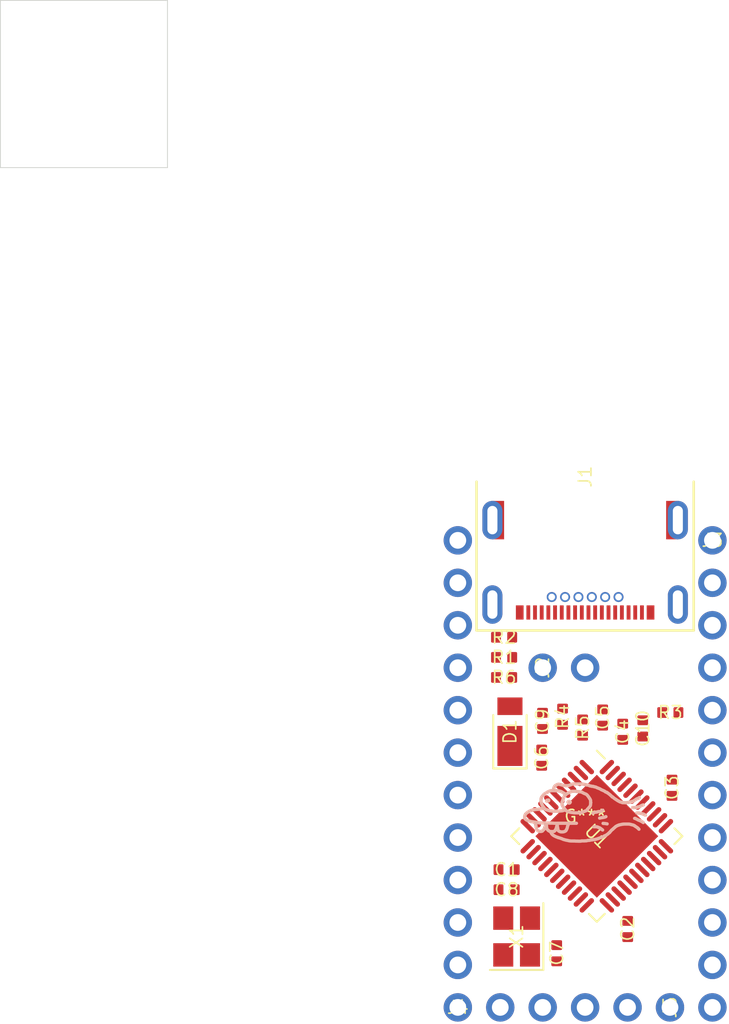
<source format=kicad_pcb>
(kicad_pcb (version 20171130) (host pcbnew 5.0.2)
  (layers (0 F.Cu signal) (1 In1.Cu signal) (2 In2.Cu signal) (31 B.Cu signal) (34 B.Paste user) (35 F.Paste user) (36 B.SilkS user) (37 F.SilkS user) (38 B.Mask user) (39 F.Mask user) (44 Edge.Cuts user))
  (net 1 "PF1")
  (net 2 "D-")
  (net 3 "D+")
  (net 4 "Net-C10-Pad1")
  (net 5 "PD4")
  (net 6 "PF4")
  (net 7 "PB1")
  (net 8 "Net-R4-Pad1")
  (net 9 "Net-C8-Pad1")
  (net 10 "VBUS")
  (net 11 "RESET")
  (net 12 "PD3")
  (net 13 "PB7")
  (net 14 "VCC")
  (net 15 "PF7")
  (net 16 "PB5")
  (net 17 "PE6")
  (net 18 "Net-C9-Pad1")
  (net 19 "Net-J1-PadB5")
  (net 20 "PD2")
  (net 21 "PC7")
  (net 22 "GND")
  (net 23 "PF6")
  (net 24 "PB2")
  (net 25 "PB6")
  (net 26 "PD5")
  (net 27 "PD7")
  (net 28 "Net-J1-PadA5")
  (net 29 "PD1")
  (net 30 "PF0")
  (net 31 "Net-C7-Pad1")
  (net 32 "PB4")
  (net 33 "Net-R5-Pad1")
  (net 34 "PC6")
  (net 35 "PD0")
  (net 36 "PF5")
  (net 37 "PB3")
  (module jitx-design:r_0402_1005metric_lp (layer F.Cu) (at 173.65 138.1 0.0)
    (pad 1 smd roundrect (at -0.485 0.0 0.0) (size 0.59 0.64) (roundrect_rratio 0.125) (net 22 "GND") (layers F.Cu F.Paste))
    (pad 2 smd roundrect (at 0.485 0.0 0.0) (size 0.59 0.64) (roundrect_rratio 0.125) (net 19 "Net-J1-PadB5") (layers F.Cu F.Paste))
    (fp_text reference "R2" (at 0.0 0.0 0.0) (layer F.SilkS) (effects (font (size 0.762 0.762) (thickness 0.10)) (justify)))
  )
  (module jitx-design:r_0402_1005metric_lp (layer F.Cu) (at 177.15 142.85 90.0)
    (pad 1 smd roundrect (at -0.485 0.0 90.0) (size 0.59 0.64) (roundrect_rratio 0.125) (net 8 "Net-R4-Pad1") (layers F.Cu F.Paste))
    (pad 2 smd roundrect (at 0.485 0.0 90.0) (size 0.59 0.64) (roundrect_rratio 0.125) (net 3 "D+") (layers F.Cu F.Paste))
    (fp_text reference "R4" (at 0.0 0.0 90.0) (layer F.SilkS) (effects (font (size 0.762 0.762) (thickness 0.10)) (justify)))
  )
  (module jitx-design:r_0402_1005metric_lp (layer F.Cu) (at 173.65 140.5 0.0)
    (pad 1 smd roundrect (at -0.485 0.0 0.0) (size 0.59 0.64) (roundrect_rratio 0.125) (net 22 "GND") (layers F.Cu F.Paste))
    (pad 2 smd roundrect (at 0.485 0.0 0.0) (size 0.59 0.64) (roundrect_rratio 0.125) (net 10 "VBUS") (layers F.Cu F.Paste))
    (fp_text reference "R6" (at 0.0 0.0 0.0) (layer F.SilkS) (effects (font (size 0.762 0.762) (thickness 0.10)) (justify)))
  )
  (module jitx-design:d_powerdi_123_lp (layer F.Cu) (at 174.0 143.75 90.0)
    (pad 1 smd rect (at -0.85 0.0 270.0) (size 2.4 1.5) (net 14 "VCC") (layers F.Cu F.Paste))
    (pad 2 smd rect (at 1.525 0.0 270.0) (size 1.05 1.5) (net 10 "VBUS") (layers F.Cu F.Paste))
    (fp_text reference "D1" (at 0.0 0.0 90.0) (layer F.SilkS) (effects (font (size 0.762 0.762) (thickness 0.10)) (justify)))
  )
  (module jitx-design:pins5_lp (layer F.Cu) (at 183.58 160.24 270.0)
    (pad 1 thru_hole circle (at 0.0 0.0 270.0) (size 1.7 1.7) (net 30 "PF0") (drill 1.0) (layers *.Cu))
    (pad 2 thru_hole circle (at 0.0 2.54 270.0) (size 1.7 1.7) (net 1 "PF1") (drill 1.0) (layers *.Cu))
    (pad 3 thru_hole circle (at 0.0 5.08 270.0) (size 1.7 1.7) (net 21 "PC7") (drill 1.0) (layers *.Cu))
    (pad 4 thru_hole circle (at 0.0 7.62 270.0) (size 1.7 1.7) (net 26 "PD5") (drill 1.0) (layers *.Cu))
    (pad 5 thru_hole circle (at 0.0 10.16 270.0) (size 1.7 1.7) (net 13 "PB7") (drill 1.0) (layers *.Cu))
    (fp_text reference "J5" (at 0.0 0.0 90.0) (layer F.SilkS) (effects (font (size 0.762 0.762) (thickness 0.10)) (justify)))
  )
  (module jitx-design:fish_cu_lp (layer F.Cu) (at 178.5 148.81 180.0)
    (fp_text reference "G***" (at 0.0 0.0 0.0) (layer F.SilkS) (effects (font (size 0.762 0.762) (thickness 0.10)) (justify)))
  )
  (module jitx-design:crystal_smd_seikoepson_fa238_4pin_32x25mm_lp (layer F.Cu) (at 174.4 156.0 90.0)
    (pad 1 smd rect (at -1.1 0.8 90.0) (size 1.4 1.2) (net 31 "Net-C7-Pad1") (layers F.Cu F.Paste))
    (pad 2 smd rect (at 1.1 0.8 90.0) (size 1.4 1.2) (net 22 "GND") (layers F.Cu F.Paste))
    (pad 3 smd rect (at 1.1 -0.8 90.0) (size 1.4 1.2) (net 9 "Net-C8-Pad1") (layers F.Cu F.Paste))
    (pad 4 smd rect (at -1.1 -0.8 90.0) (size 1.4 1.2) (net 22 "GND") (layers F.Cu F.Paste))
    (fp_text reference "X1" (at 0.0 0.0 90.0) (layer F.SilkS) (effects (font (size 0.762 0.762) (thickness 0.10)) (justify)))
  )
  (module jitx-design:c_0402_1005metric_lp (layer F.Cu) (at 181.95 143.55 90.0)
    (pad 1 smd roundrect (at -0.485 0.0 90.0) (size 0.59 0.64) (roundrect_rratio 0.125) (net 4 "Net-C10-Pad1") (layers F.Cu F.Paste))
    (pad 2 smd roundrect (at 0.485 0.0 90.0) (size 0.59 0.64) (roundrect_rratio 0.125) (net 22 "GND") (layers F.Cu F.Paste))
    (fp_text reference "C10" (at 0.0 0.0 90.0) (layer F.SilkS) (effects (font (size 0.762 0.762) (thickness 0.10)) (justify)))
  )
  (module jitx-design:c_0402_1005metric_lp (layer F.Cu) (at 183.7 147.1 270.0)
    (pad 1 smd roundrect (at -0.485 0.0 270.0) (size 0.59 0.64) (roundrect_rratio 0.125) (net 14 "VCC") (layers F.Cu F.Paste))
    (pad 2 smd roundrect (at 0.485 0.0 270.0) (size 0.59 0.64) (roundrect_rratio 0.125) (net 22 "GND") (layers F.Cu F.Paste))
    (fp_text reference "C3" (at 0.0 0.0 90.0) (layer F.SilkS) (effects (font (size 0.762 0.762) (thickness 0.10)) (justify)))
  )
  (module jitx-design:c_0402_1005metric_lp (layer F.Cu) (at 179.55 142.9 90.0)
    (pad 1 smd roundrect (at -0.485 0.0 90.0) (size 0.59 0.64) (roundrect_rratio 0.125) (net 10 "VBUS") (layers F.Cu F.Paste))
    (pad 2 smd roundrect (at 0.485 0.0 90.0) (size 0.59 0.64) (roundrect_rratio 0.125) (net 22 "GND") (layers F.Cu F.Paste))
    (fp_text reference "C5" (at 0.0 0.0 90.0) (layer F.SilkS) (effects (font (size 0.762 0.762) (thickness 0.10)) (justify)))
  )
  (module jitx-design:c_0402_1005metric_lp (layer F.Cu) (at 176.8 157.0 90.0)
    (pad 1 smd roundrect (at -0.485 0.0 90.0) (size 0.59 0.64) (roundrect_rratio 0.125) (net 31 "Net-C7-Pad1") (layers F.Cu F.Paste))
    (pad 2 smd roundrect (at 0.485 0.0 90.0) (size 0.59 0.64) (roundrect_rratio 0.125) (net 22 "GND") (layers F.Cu F.Paste))
    (fp_text reference "C7" (at 0.0 0.0 90.0) (layer F.SilkS) (effects (font (size 0.762 0.762) (thickness 0.10)) (justify)))
  )
  (module jitx-design:c_0402_1005metric_lp (layer F.Cu) (at 175.95 143.1 90.0)
    (pad 1 smd roundrect (at -0.485 0.0 90.0) (size 0.59 0.64) (roundrect_rratio 0.125) (net 18 "Net-C9-Pad1") (layers F.Cu F.Paste))
    (pad 2 smd roundrect (at 0.485 0.0 90.0) (size 0.59 0.64) (roundrect_rratio 0.125) (net 22 "GND") (layers F.Cu F.Paste))
    (fp_text reference "C9" (at 0.0 0.0 90.0) (layer F.SilkS) (effects (font (size 0.762 0.762) (thickness 0.10)) (justify)))
  )
  (module jitx-design:pins12_lp (layer F.Cu) (at 170.88 160.24 180.0)
    (pad 1 thru_hole circle (at 0.0 0.0 180.0) (size 1.7 1.7) (net 16 "PB5") (drill 1.0) (layers *.Cu))
    (pad 2 thru_hole circle (at 0.0 2.54 180.0) (size 1.7 1.7) (net 32 "PB4") (drill 1.0) (layers *.Cu))
    (pad 3 thru_hole circle (at 0.0 5.08 180.0) (size 1.7 1.7) (net 17 "PE6") (drill 1.0) (layers *.Cu))
    (pad 4 thru_hole circle (at 0.0 7.62 180.0) (size 1.7 1.7) (net 27 "PD7") (drill 1.0) (layers *.Cu))
    (pad 5 thru_hole circle (at 0.0 10.16 180.0) (size 1.7 1.7) (net 34 "PC6") (drill 1.0) (layers *.Cu))
    (pad 6 thru_hole circle (at 0.0 12.7 180.0) (size 1.7 1.7) (net 5 "PD4") (drill 1.0) (layers *.Cu))
    (pad 7 thru_hole circle (at 0.0 15.24 180.0) (size 1.7 1.7) (net 35 "PD0") (drill 1.0) (layers *.Cu))
    (pad 8 thru_hole circle (at 0.0 17.78 180.0) (size 1.7 1.7) (net 29 "PD1") (drill 1.0) (layers *.Cu))
    (pad 9 thru_hole circle (at 0.0 20.32 180.0) (size 1.7 1.7) (net 22 "GND") (drill 1.0) (layers *.Cu))
    (pad 10 thru_hole circle (at 0.0 22.86 180.0) (size 1.7 1.7) (net 22 "GND") (drill 1.0) (layers *.Cu))
    (pad 11 thru_hole circle (at 0.0 25.4 180.0) (size 1.7 1.7) (net 20 "PD2") (drill 1.0) (layers *.Cu))
    (pad 12 thru_hole circle (at 0.0 27.94 180.0) (size 1.7 1.7) (net 12 "PD3") (drill 1.0) (layers *.Cu))
    (fp_text reference "J4" (at 0.0 0.0 0.0) (layer F.SilkS) (effects (font (size 0.762 0.762) (thickness 0.10)) (justify)))
  )
  (module jitx-design:r_0402_1005metric_lp (layer F.Cu) (at 173.65 139.3 0.0)
    (pad 1 smd roundrect (at -0.485 0.0 0.0) (size 0.59 0.64) (roundrect_rratio 0.125) (net 22 "GND") (layers F.Cu F.Paste))
    (pad 2 smd roundrect (at 0.485 0.0 0.0) (size 0.59 0.64) (roundrect_rratio 0.125) (net 28 "Net-J1-PadA5") (layers F.Cu F.Paste))
    (fp_text reference "R1" (at 0.0 0.0 0.0) (layer F.SilkS) (effects (font (size 0.762 0.762) (thickness 0.10)) (justify)))
  )
  (module jitx-design:r_0402_1005metric_lp (layer F.Cu) (at 183.6 142.6 0.0)
    (pad 1 smd roundrect (at -0.485 0.0 0.0) (size 0.59 0.64) (roundrect_rratio 0.125) (net 11 "RESET") (layers F.Cu F.Paste))
    (pad 2 smd roundrect (at 0.485 0.0 0.0) (size 0.59 0.64) (roundrect_rratio 0.125) (net 14 "VCC") (layers F.Cu F.Paste))
    (fp_text reference "R3" (at 0.0 0.0 0.0) (layer F.SilkS) (effects (font (size 0.762 0.762) (thickness 0.10)) (justify)))
  )
  (module jitx-design:r_0402_1005metric_lp (layer F.Cu) (at 178.35 143.5 90.0)
    (pad 1 smd roundrect (at -0.485 0.0 90.0) (size 0.59 0.64) (roundrect_rratio 0.125) (net 33 "Net-R5-Pad1") (layers F.Cu F.Paste))
    (pad 2 smd roundrect (at 0.485 0.0 90.0) (size 0.59 0.64) (roundrect_rratio 0.125) (net 2 "D-") (layers F.Cu F.Paste))
    (fp_text reference "R5" (at 0.0 0.0 90.0) (layer F.SilkS) (effects (font (size 0.762 0.762) (thickness 0.10)) (justify)))
  )
  (module jitx-design:pins2_lp (layer F.Cu) (at 175.96 139.92 90.0)
    (pad 1 thru_hole circle (at 0.0 0.0 90.0) (size 1.7 1.7) (net 3 "D+") (drill 1.0) (layers *.Cu))
    (pad 2 thru_hole circle (at 0.0 2.54 90.0) (size 1.7 1.7) (net 2 "D-") (drill 1.0) (layers *.Cu))
    (fp_text reference "J2" (at 0.0 0.0 90.0) (layer F.SilkS) (effects (font (size 0.762 0.762) (thickness 0.10)) (justify)))
  )
  (module jitx-design:pins12_lp (layer F.Cu) (at 186.12 132.3 0.0)
    (pad 1 thru_hole circle (at 0.0 0.0 0.0) (size 1.7 1.7) (net 10 "VBUS") (drill 1.0) (layers *.Cu))
    (pad 2 thru_hole circle (at 0.0 2.54 0.0) (size 1.7 1.7) (net 22 "GND") (drill 1.0) (layers *.Cu))
    (pad 3 thru_hole circle (at 0.0 5.08 0.0) (size 1.7 1.7) (net 11 "RESET") (drill 1.0) (layers *.Cu))
    (pad 4 thru_hole circle (at 0.0 7.62 0.0) (size 1.7 1.7) (net 14 "VCC") (drill 1.0) (layers *.Cu))
    (pad 5 thru_hole circle (at 0.0 10.16 0.0) (size 1.7 1.7) (net 6 "PF4") (drill 1.0) (layers *.Cu))
    (pad 6 thru_hole circle (at 0.0 12.7 0.0) (size 1.7 1.7) (net 36 "PF5") (drill 1.0) (layers *.Cu))
    (pad 7 thru_hole circle (at 0.0 15.24 0.0) (size 1.7 1.7) (net 23 "PF6") (drill 1.0) (layers *.Cu))
    (pad 8 thru_hole circle (at 0.0 17.78 0.0) (size 1.7 1.7) (net 15 "PF7") (drill 1.0) (layers *.Cu))
    (pad 9 thru_hole circle (at 0.0 20.32 0.0) (size 1.7 1.7) (net 7 "PB1") (drill 1.0) (layers *.Cu))
    (pad 10 thru_hole circle (at 0.0 22.86 0.0) (size 1.7 1.7) (net 37 "PB3") (drill 1.0) (layers *.Cu))
    (pad 11 thru_hole circle (at 0.0 25.4 0.0) (size 1.7 1.7) (net 24 "PB2") (drill 1.0) (layers *.Cu))
    (pad 12 thru_hole circle (at 0.0 27.94 0.0) (size 1.7 1.7) (net 25 "PB6") (drill 1.0) (layers *.Cu))
    (fp_text reference "J3" (at 0.0 0.0 0.0) (layer F.SilkS) (effects (font (size 0.762 0.762) (thickness 0.10)) (justify)))
  )
  (module jitx-design:cx70m_24p1_lp (layer F.Cu) (at 178.5 128.49 90.0)
    (pad A1 smd rect (at -8.125 2.2 180.0) (size 0.23 0.85) (net 22 "GND") (layers F.Cu F.Paste))
    (pad A2 smd rect (at -8.125 1.8 180.0) (size 0.23 0.85) (layers F.Cu F.Paste))
    (pad A3 smd rect (at -8.125 1.4 180.0) (size 0.23 0.85) (layers F.Cu F.Paste))
    (pad A4 smd rect (at -8.125 1.0 180.0) (size 0.23 0.85) (net 10 "VBUS") (layers F.Cu F.Paste))
    (pad A5 smd rect (at -8.125 0.6 180.0) (size 0.23 0.85) (net 28 "Net-J1-PadA5") (layers F.Cu F.Paste))
    (pad A6 smd rect (at -8.125 0.2 180.0) (size 0.23 0.85) (net 3 "D+") (layers F.Cu F.Paste))
    (pad A7 smd rect (at -8.125 -0.2 180.0) (size 0.23 0.85) (net 2 "D-") (layers F.Cu F.Paste))
    (pad A8 smd rect (at -8.125 -0.6 180.0) (size 0.23 0.85) (layers F.Cu F.Paste))
    (pad A9 smd rect (at -8.125 -1.0 180.0) (size 0.23 0.85) (net 10 "VBUS") (layers F.Cu F.Paste))
    (pad B1 smd rect (at -8.125 -3.4 180.0) (size 0.23 0.85) (net 22 "GND") (layers F.Cu F.Paste))
    (pad B2 smd rect (at -8.125 -3.0 180.0) (size 0.23 0.85) (layers F.Cu F.Paste))
    (pad B3 smd rect (at -8.125 -2.6 180.0) (size 0.23 0.85) (layers F.Cu F.Paste))
    (pad B4 thru_hole circle (at -7.2 -2.0 180.0) (size 0.6 0.6) (net 10 "VBUS") (drill 0.4) (layers *.Cu))
    (pad B5 thru_hole circle (at -7.2 -1.2 180.0) (size 0.6 0.6) (net 19 "Net-J1-PadB5") (drill 0.4) (layers *.Cu))
    (pad B6 thru_hole circle (at -7.2 -0.4 180.0) (size 0.6 0.6) (net 3 "D+") (drill 0.4) (layers *.Cu))
    (pad B7 thru_hole circle (at -7.2 0.4 180.0) (size 0.6 0.6) (net 2 "D-") (drill 0.4) (layers *.Cu))
    (pad B8 thru_hole circle (at -7.2 1.2 180.0) (size 0.6 0.6) (drill 0.4) (layers *.Cu))
    (pad B9 thru_hole circle (at -7.2 2.0 180.0) (size 0.6 0.6) (net 10 "VBUS") (drill 0.4) (layers *.Cu))
    (pad S1 smd rect (at -8.125 3.915 180.0) (size 0.46 0.85) (net 22 "GND") (layers F.Cu F.Paste))
    (pad A10 smd rect (at -8.125 -1.4 180.0) (size 0.23 0.85) (layers F.Cu F.Paste))
    (pad A11 smd rect (at -8.125 -1.8 180.0) (size 0.23 0.85) (layers F.Cu F.Paste))
    (pad A12 smd rect (at -8.125 -2.2 180.0) (size 0.23 0.85) (net 22 "GND") (layers F.Cu F.Paste))
    (pad B10 smd rect (at -8.125 2.6 180.0) (size 0.23 0.85) (layers F.Cu F.Paste))
    (pad B11 smd rect (at -8.125 3.0 180.0) (size 0.23 0.85) (layers F.Cu F.Paste))
    (pad B12 smd rect (at -8.125 3.4 180.0) (size 0.23 0.85) (net 22 "GND") (layers F.Cu F.Paste))
    (pad 1 thru_hole oval (at -7.65 -5.55 180.0) (size 1.2 2.3) (net 22 "GND") (drill oval 0.6 1.7) (layers *.Cu))
    (pad 2 smd rect (at -2.6 -5.2 180.0) (size 0.7 2.3) (net 22 "GND") (layers F.Cu F.Paste))
    (pad 3 smd rect (at -8.125 -3.915 180.0) (size 0.46 0.85) (net 22 "GND") (layers F.Cu F.Paste))
    (pad 4 thru_hole oval (at -7.65 5.55 180.0) (size 1.2 2.3) (net 22 "GND") (drill oval 0.6 1.7) (layers *.Cu))
    (pad 5 smd rect (at -2.6 5.2 180.0) (size 0.7 2.3) (net 22 "GND") (layers F.Cu F.Paste))
    (pad 6 thru_hole oval (at -2.6 5.55 180.0) (size 1.2 2.3) (net 22 "GND") (drill oval 0.6 1.7) (layers *.Cu))
    (pad 7 thru_hole oval (at -2.6 -5.55 180.0) (size 1.2 2.3) (net 22 "GND") (drill oval 0.6 1.7) (layers *.Cu))
    (fp_text reference "J1" (at 0.0 0.0 90.0) (layer F.SilkS) (effects (font (size 0.762 0.762) (thickness 0.10)) (justify)))
  )
  (module jitx-design:qfn_44_1ep_7x7mm_p05mm_ep52x52mm_lp (layer F.Cu) (at 179.2 150.0 315.0)
    (pad 1 smd oval (at -3.35 -2.5 315.0) (size 1.1 0.3) (net 17 "PE6") (layers F.Cu F.Paste))
    (pad 2 smd oval (at -3.35 -2.0 315.0) (size 1.1 0.3) (net 10 "VBUS") (layers F.Cu F.Paste))
    (pad 3 smd oval (at -3.35 -1.5 315.0) (size 1.1 0.3) (net 33 "Net-R5-Pad1") (layers F.Cu F.Paste))
    (pad 4 smd oval (at -3.35 -1.0 315.0) (size 1.1 0.3) (net 8 "Net-R4-Pad1") (layers F.Cu F.Paste))
    (pad 5 smd oval (at -3.35 -0.5 315.0) (size 1.1 0.3) (net 22 "GND") (layers F.Cu F.Paste))
    (pad 6 smd oval (at -3.35 0.0 315.0) (size 1.1 0.3) (net 18 "Net-C9-Pad1") (layers F.Cu F.Paste))
    (pad 7 smd oval (at -3.35 0.5 315.0) (size 1.1 0.3) (net 10 "VBUS") (layers F.Cu F.Paste))
    (pad 8 smd oval (at -3.35 1.0 315.0) (size 1.1 0.3) (layers F.Cu F.Paste))
    (pad 9 smd oval (at -3.35 1.5 315.0) (size 1.1 0.3) (net 7 "PB1") (layers F.Cu F.Paste))
    (pad 10 smd oval (at -3.35 2.0 315.0) (size 1.1 0.3) (net 24 "PB2") (layers F.Cu F.Paste))
    (pad 11 smd oval (at -3.35 2.5 315.0) (size 1.1 0.3) (net 37 "PB3") (layers F.Cu F.Paste))
    (pad 12 smd oval (at -2.5 3.35 45.0) (size 1.1 0.3) (net 13 "PB7") (layers F.Cu F.Paste))
    (pad 13 smd oval (at -2.0 3.35 45.0) (size 1.1 0.3) (net 11 "RESET") (layers F.Cu F.Paste))
    (pad 14 smd oval (at -1.5 3.35 45.0) (size 1.1 0.3) (net 14 "VCC") (layers F.Cu F.Paste))
    (pad 15 smd oval (at -1.0 3.35 45.0) (size 1.1 0.3) (net 22 "GND") (layers F.Cu F.Paste))
    (pad 16 smd oval (at -0.5 3.35 45.0) (size 1.1 0.3) (net 9 "Net-C8-Pad1") (layers F.Cu F.Paste))
    (pad 17 smd oval (at 0.0 3.35 45.0) (size 1.1 0.3) (net 31 "Net-C7-Pad1") (layers F.Cu F.Paste))
    (pad 18 smd oval (at 0.5 3.35 45.0) (size 1.1 0.3) (net 35 "PD0") (layers F.Cu F.Paste))
    (pad 19 smd oval (at 1.0 3.35 45.0) (size 1.1 0.3) (net 29 "PD1") (layers F.Cu F.Paste))
    (pad 20 smd oval (at 1.5 3.35 45.0) (size 1.1 0.3) (net 20 "PD2") (layers F.Cu F.Paste))
    (pad 21 smd oval (at 2.0 3.35 45.0) (size 1.1 0.3) (net 12 "PD3") (layers F.Cu F.Paste))
    (pad 22 smd oval (at 2.5 3.35 45.0) (size 1.1 0.3) (net 26 "PD5") (layers F.Cu F.Paste))
    (pad 23 smd oval (at 3.35 2.5 315.0) (size 1.1 0.3) (net 22 "GND") (layers F.Cu F.Paste))
    (pad 24 smd oval (at 3.35 2.0 315.0) (size 1.1 0.3) (net 14 "VCC") (layers F.Cu F.Paste))
    (pad 25 smd oval (at 3.35 1.5 315.0) (size 1.1 0.3) (net 5 "PD4") (layers F.Cu F.Paste))
    (pad 26 smd oval (at 3.35 1.0 315.0) (size 1.1 0.3) (layers F.Cu F.Paste))
    (pad 27 smd oval (at 3.35 0.5 315.0) (size 1.1 0.3) (net 27 "PD7") (layers F.Cu F.Paste))
    (pad 28 smd oval (at 3.35 0.0 315.0) (size 1.1 0.3) (net 32 "PB4") (layers F.Cu F.Paste))
    (pad 29 smd oval (at 3.35 -0.5 315.0) (size 1.1 0.3) (net 16 "PB5") (layers F.Cu F.Paste))
    (pad 30 smd oval (at 3.35 -1.0 315.0) (size 1.1 0.3) (net 25 "PB6") (layers F.Cu F.Paste))
    (pad 31 smd oval (at 3.35 -1.5 315.0) (size 1.1 0.3) (net 34 "PC6") (layers F.Cu F.Paste))
    (pad 32 smd oval (at 3.35 -2.0 315.0) (size 1.1 0.3) (net 21 "PC7") (layers F.Cu F.Paste))
    (pad 33 smd oval (at 3.35 -2.5 315.0) (size 1.1 0.3) (net 22 "GND") (layers F.Cu F.Paste))
    (pad 34 smd oval (at 2.5 -3.35 45.0) (size 1.1 0.3) (net 14 "VCC") (layers F.Cu F.Paste))
    (pad 35 smd oval (at 2.0 -3.35 45.0) (size 1.1 0.3) (net 22 "GND") (layers F.Cu F.Paste))
    (pad 36 smd oval (at 1.5 -3.35 45.0) (size 1.1 0.3) (net 15 "PF7") (layers F.Cu F.Paste))
    (pad 37 smd oval (at 1.0 -3.35 45.0) (size 1.1 0.3) (net 23 "PF6") (layers F.Cu F.Paste))
    (pad 38 smd oval (at 0.5 -3.35 45.0) (size 1.1 0.3) (net 36 "PF5") (layers F.Cu F.Paste))
    (pad 39 smd oval (at 0.0 -3.35 45.0) (size 1.1 0.3) (net 6 "PF4") (layers F.Cu F.Paste))
    (pad 40 smd oval (at -0.5 -3.35 45.0) (size 1.1 0.3) (net 1 "PF1") (layers F.Cu F.Paste))
    (pad 41 smd oval (at -1.0 -3.35 45.0) (size 1.1 0.3) (net 30 "PF0") (layers F.Cu F.Paste))
    (pad 42 smd oval (at -1.5 -3.35 45.0) (size 1.1 0.3) (net 4 "Net-C10-Pad1") (layers F.Cu F.Paste))
    (pad 43 smd oval (at -2.0 -3.35 45.0) (size 1.1 0.3) (net 22 "GND") (layers F.Cu F.Paste))
    (pad 44 smd oval (at -2.5 -3.35 45.0) (size 1.1 0.3) (net 14 "VCC") (layers F.Cu F.Paste))
    (pad 45 smd rect (at 0.0 0.0 315.0) (size 5.2 5.2) (net 22 "GND") (layers F.Cu F.Paste))
    (fp_text reference "U1" (at 0.0 0.0 135.0) (layer F.SilkS) (effects (font (size 0.762 0.762) (thickness 0.10)) (justify)))
  )
  (module jitx-design:c_0402_1005metric_lp (layer F.Cu) (at 173.8 152.0 180.0)
    (pad 1 smd roundrect (at -0.485 0.0 180.0) (size 0.59 0.64) (roundrect_rratio 0.125) (net 14 "VCC") (layers F.Cu F.Paste))
    (pad 2 smd roundrect (at 0.485 0.0 180.0) (size 0.59 0.64) (roundrect_rratio 0.125) (net 22 "GND") (layers F.Cu F.Paste))
    (fp_text reference "C1" (at 0.0 0.0 0.0) (layer F.SilkS) (effects (font (size 0.762 0.762) (thickness 0.10)) (justify)))
  )
  (module jitx-design:c_0402_1005metric_lp (layer F.Cu) (at 181.05 155.55 270.0)
    (pad 1 smd roundrect (at -0.485 0.0 270.0) (size 0.59 0.64) (roundrect_rratio 0.125) (net 14 "VCC") (layers F.Cu F.Paste))
    (pad 2 smd roundrect (at 0.485 0.0 270.0) (size 0.59 0.64) (roundrect_rratio 0.125) (net 22 "GND") (layers F.Cu F.Paste))
    (fp_text reference "C2" (at 0.0 0.0 90.0) (layer F.SilkS) (effects (font (size 0.762 0.762) (thickness 0.10)) (justify)))
  )
  (module jitx-design:c_0402_1005metric_lp (layer F.Cu) (at 180.75 143.75 90.0)
    (pad 1 smd roundrect (at -0.485 0.0 90.0) (size 0.59 0.64) (roundrect_rratio 0.125) (net 14 "VCC") (layers F.Cu F.Paste))
    (pad 2 smd roundrect (at 0.485 0.0 90.0) (size 0.59 0.64) (roundrect_rratio 0.125) (net 22 "GND") (layers F.Cu F.Paste))
    (fp_text reference "C4" (at 0.0 0.0 90.0) (layer F.SilkS) (effects (font (size 0.762 0.762) (thickness 0.10)) (justify)))
  )
  (module jitx-design:c_0402_1005metric_lp (layer F.Cu) (at 175.9 145.3 90.0)
    (pad 1 smd roundrect (at -0.485 0.0 90.0) (size 0.59 0.64) (roundrect_rratio 0.125) (net 10 "VBUS") (layers F.Cu F.Paste))
    (pad 2 smd roundrect (at 0.485 0.0 90.0) (size 0.59 0.64) (roundrect_rratio 0.125) (net 22 "GND") (layers F.Cu F.Paste))
    (fp_text reference "C6" (at 0.0 0.0 90.0) (layer F.SilkS) (effects (font (size 0.762 0.762) (thickness 0.10)) (justify)))
  )
  (module jitx-design:c_0402_1005metric_lp (layer F.Cu) (at 173.8 153.2 0.0)
    (pad 1 smd roundrect (at -0.485 0.0 0.0) (size 0.59 0.64) (roundrect_rratio 0.125) (net 9 "Net-C8-Pad1") (layers F.Cu F.Paste))
    (pad 2 smd roundrect (at 0.485 0.0 0.0) (size 0.59 0.64) (roundrect_rratio 0.125) (net 22 "GND") (layers F.Cu F.Paste))
    (fp_text reference "C8" (at 0.0 0.0 0.0) (layer F.SilkS) (effects (font (size 0.762 0.762) (thickness 0.10)) (justify)))
  )
  (gr_line (start 143.5 110.0) (end 153.5 110.0) (layer Edge.Cuts) (width 0.05))
  (gr_line (start 153.5 110.0) (end 153.5 100.0) (layer Edge.Cuts) (width 0.05))
  (gr_line (start 153.5 100.0) (end 143.5 100.0) (layer Edge.Cuts) (width 0.05))
  (gr_line (start 143.5 100.0) (end 143.5 110.0) (layer Edge.Cuts) (width 0.05))
)
</source>
